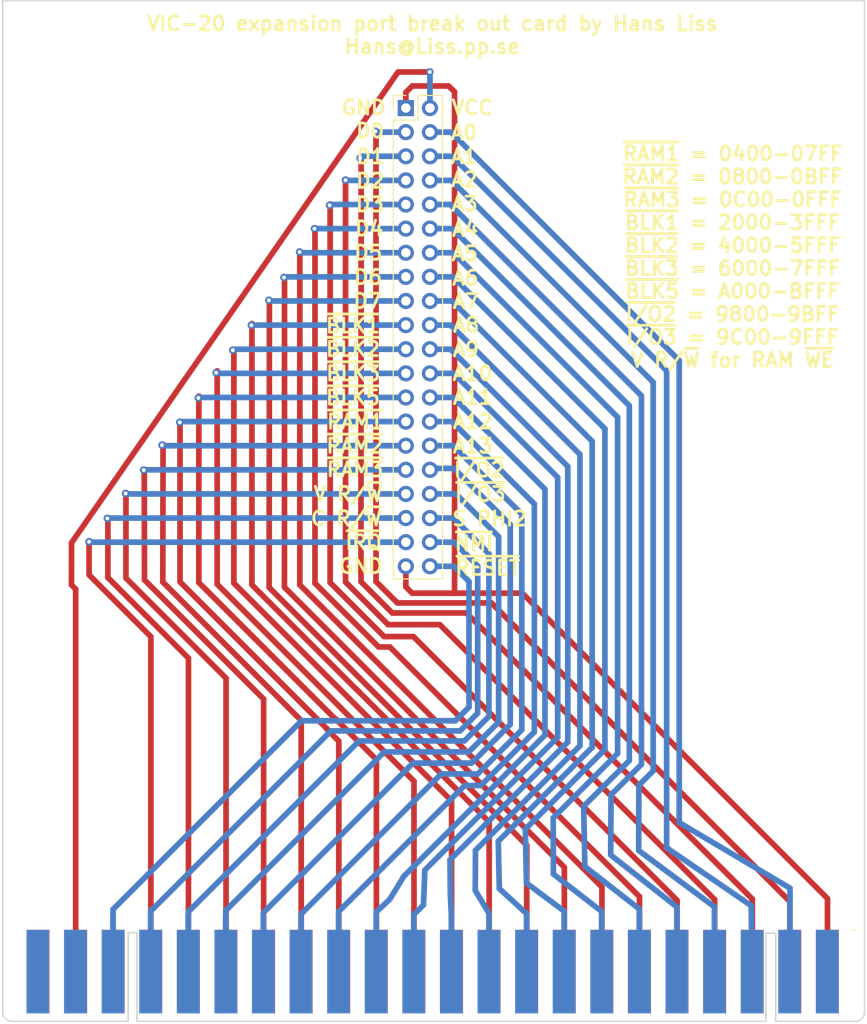
<source format=kicad_pcb>
(kicad_pcb (version 4) (host pcbnew 4.0.7)

  (general
    (links 40)
    (no_connects 0)
    (area 76.066579 37.974199 167.016501 145.614461)
    (thickness 1.6)
    (drawings 56)
    (tracks 336)
    (zones 0)
    (modules 4)
    (nets 40)
  )

  (page A4)
  (layers
    (0 F.Cu signal)
    (31 B.Cu signal)
    (32 B.Adhes user)
    (33 F.Adhes user)
    (34 B.Paste user)
    (35 F.Paste user)
    (36 B.SilkS user)
    (37 F.SilkS user)
    (38 B.Mask user)
    (39 F.Mask user)
    (40 Dwgs.User user)
    (41 Cmts.User user)
    (42 Eco1.User user)
    (43 Eco2.User user)
    (44 Edge.Cuts user)
    (45 Margin user)
    (46 B.CrtYd user)
    (47 F.CrtYd user)
    (48 B.Fab user)
    (49 F.Fab user)
  )

  (setup
    (last_trace_width 0.6)
    (trace_clearance 0.2)
    (zone_clearance 0.508)
    (zone_45_only no)
    (trace_min 0.2)
    (segment_width 0.2)
    (edge_width 0.15)
    (via_size 0.8)
    (via_drill 0.4)
    (via_min_size 0.4)
    (via_min_drill 0.3)
    (uvia_size 0.3)
    (uvia_drill 0.1)
    (uvias_allowed no)
    (uvia_min_size 0.2)
    (uvia_min_drill 0.1)
    (pcb_text_width 0.3)
    (pcb_text_size 1.5 1.5)
    (mod_edge_width 0.15)
    (mod_text_size 1 1)
    (mod_text_width 0.15)
    (pad_size 1.524 1.524)
    (pad_drill 0.762)
    (pad_to_mask_clearance 0.2)
    (aux_axis_origin 0 0)
    (visible_elements 7FFFFFFF)
    (pcbplotparams
      (layerselection 0x3f0fc_80000001)
      (usegerberextensions false)
      (excludeedgelayer true)
      (linewidth 0.100000)
      (plotframeref false)
      (viasonmask false)
      (mode 1)
      (useauxorigin false)
      (hpglpennumber 1)
      (hpglpenspeed 20)
      (hpglpendiameter 15)
      (hpglpenoverlay 2)
      (psnegative false)
      (psa4output false)
      (plotreference true)
      (plotvalue true)
      (plotinvisibletext false)
      (padsonsilk false)
      (subtractmaskfromsilk false)
      (outputformat 1)
      (mirror false)
      (drillshape 0)
      (scaleselection 1)
      (outputdirectory Gerber/))
  )

  (net 0 "")
  (net 1 /~IRQ)
  (net 2 /C_RW)
  (net 3 /V_RW)
  (net 4 /~RAM3)
  (net 5 /~RAM2)
  (net 6 /~RAM1)
  (net 7 /~BLK5)
  (net 8 /~BLK3)
  (net 9 /~BLK2)
  (net 10 /~BLK1)
  (net 11 D6)
  (net 12 D1)
  (net 13 D7)
  (net 14 D4)
  (net 15 GND)
  (net 16 D0)
  (net 17 D5)
  (net 18 D2)
  (net 19 D3)
  (net 20 /~RESET)
  (net 21 /~NMI)
  (net 22 /SPHI2)
  (net 23 /~I/O3)
  (net 24 /~I/O2)
  (net 25 /VCC)
  (net 26 A13)
  (net 27 A12)
  (net 28 A11)
  (net 29 A10)
  (net 30 A9)
  (net 31 A8)
  (net 32 A6)
  (net 33 A1)
  (net 34 A7)
  (net 35 A4)
  (net 36 A0)
  (net 37 A5)
  (net 38 A2)
  (net 39 A3)

  (net_class Default "This is the default net class."
    (clearance 0.2)
    (trace_width 0.6)
    (via_dia 0.8)
    (via_drill 0.4)
    (uvia_dia 0.3)
    (uvia_drill 0.1)
    (add_net /C_RW)
    (add_net /SPHI2)
    (add_net /VCC)
    (add_net /V_RW)
    (add_net /~BLK1)
    (add_net /~BLK2)
    (add_net /~BLK3)
    (add_net /~BLK5)
    (add_net /~I/O2)
    (add_net /~I/O3)
    (add_net /~IRQ)
    (add_net /~NMI)
    (add_net /~RAM1)
    (add_net /~RAM2)
    (add_net /~RAM3)
    (add_net /~RESET)
    (add_net A0)
    (add_net A1)
    (add_net A10)
    (add_net A11)
    (add_net A12)
    (add_net A13)
    (add_net A2)
    (add_net A3)
    (add_net A4)
    (add_net A5)
    (add_net A6)
    (add_net A7)
    (add_net A8)
    (add_net A9)
    (add_net D0)
    (add_net D1)
    (add_net D2)
    (add_net D3)
    (add_net D4)
    (add_net D5)
    (add_net D6)
    (add_net D7)
    (add_net GND)
  )

  (module VIC_Connectors:VIC_EXP (layer F.Cu) (tedit 5B4B9138) (tstamp 5B4A6CC8)
    (at 162.97656 141.0208)
    (descr "VIC-20 Expansion connector")
    (tags "VIC-20 Expansion Edge connector")
    (path /5B4AF499)
    (attr virtual)
    (fp_text reference "" (at -60.96 -6.99) (layer F.SilkS)
      (effects (font (size 1 1) (thickness 0.15)))
    )
    (fp_text value "" (at -81.91 -6.99) (layer F.Fab)
      (effects (font (size 1 1) (thickness 0.15)))
    )
    (fp_line (start -72.64 4.52) (end -72.64 -4.8) (layer F.Fab) (width 0.15))
    (fp_line (start -72.64 -4.8) (end -73.64 -4.8) (layer F.Fab) (width 0.15))
    (fp_line (start -73.64 -4.8) (end -73.64 4.52) (layer F.Fab) (width 0.15))
    (fp_line (start -73.64 4.52) (end -85.84 4.52) (layer F.Fab) (width 0.15))
    (fp_line (start -6.44 4.52) (end -72.64 4.52) (layer F.Fab) (width 0.15))
    (fp_line (start -5.44 4.52) (end -5.44 -4.8) (layer F.Fab) (width 0.15))
    (fp_line (start -5.44 -4.8) (end -6.44 -4.8) (layer F.Fab) (width 0.15))
    (fp_line (start -6.44 -4.8) (end -6.44 4.52) (layer F.Fab) (width 0.15))
    (fp_arc (start -85.84 3.52) (end -85.84 4.52) (angle 90) (layer F.Fab) (width 0.15))
    (fp_arc (start 2.96 3.52) (end 3.96 3.52) (angle 90) (layer F.Fab) (width 0.15))
    (fp_line (start 2.6 -5.1) (end 3 -5.1) (layer F.SilkS) (width 0.12))
    (fp_line (start 2.96 4.52) (end -5.44 4.52) (layer F.Fab) (width 0.1))
    (fp_line (start -86.84 3.52) (end -86.84 -5.08) (layer F.Fab) (width 0.1))
    (fp_line (start -86.84 -5.08) (end 3.96 -5.08) (layer F.Fab) (width 0.1))
    (fp_line (start 3.96 -5.08) (end 3.96 3.52) (layer F.Fab) (width 0.1))
    (fp_line (start -87.09 -5.33) (end 4.21 -5.33) (layer F.CrtYd) (width 0.05))
    (fp_line (start -87.09 -5.33) (end -87.09 4.77) (layer F.CrtYd) (width 0.05))
    (fp_line (start 4.21 4.77) (end 4.21 -5.33) (layer F.CrtYd) (width 0.05))
    (fp_line (start 4.21 4.77) (end -87.09 4.77) (layer F.CrtYd) (width 0.05))
    (pad 22 connect rect (at -83.10116 -0.72448) (size 2.4 8.8) (layers F.Cu F.Mask))
    (pad 21 connect rect (at -79.14116 -0.72448) (size 2.4 8.8) (layers F.Cu F.Mask)
      (net 25 /VCC))
    (pad 20 connect rect (at -75.18116 -0.72448) (size 2.4 8.8) (layers F.Cu F.Mask))
    (pad 19 connect rect (at -71.22116 -0.72448) (size 2.4 8.8) (layers F.Cu F.Mask)
      (net 1 /~IRQ))
    (pad 18 connect rect (at -67.26116 -0.72448) (size 2.4 8.8) (layers F.Cu F.Mask)
      (net 2 /C_RW))
    (pad 17 connect rect (at -63.30116 -0.72448) (size 2.4 8.8) (layers F.Cu F.Mask)
      (net 3 /V_RW))
    (pad 16 connect rect (at -59.34116 -0.72448) (size 2.4 8.8) (layers F.Cu F.Mask)
      (net 4 /~RAM3))
    (pad 15 connect rect (at -55.38116 -0.72448) (size 2.4 8.8) (layers F.Cu F.Mask)
      (net 5 /~RAM2))
    (pad 14 connect rect (at -51.42116 -0.72448) (size 2.4 8.8) (layers F.Cu F.Mask)
      (net 6 /~RAM1))
    (pad 13 connect rect (at -47.46116 -0.72448) (size 2.4 8.8) (layers F.Cu F.Mask)
      (net 7 /~BLK5))
    (pad 12 connect rect (at -43.50116 -0.72448) (size 2.4 8.8) (layers F.Cu F.Mask)
      (net 8 /~BLK3))
    (pad 11 connect rect (at -39.54116 -0.72448) (size 2.4 8.8) (layers F.Cu F.Mask)
      (net 9 /~BLK2))
    (pad 10 connect rect (at -35.58116 -0.72448) (size 2.4 8.8) (layers F.Cu F.Mask)
      (net 10 /~BLK1))
    (pad 8 connect rect (at -27.66116 -0.72448) (size 2.4 8.8) (layers F.Cu F.Mask)
      (net 11 D6))
    (pad 3 connect rect (at -7.86116 -0.72448) (size 2.4 8.8) (layers F.Cu F.Mask)
      (net 12 D1))
    (pad 9 connect rect (at -31.62116 -0.72448) (size 2.4 8.8) (layers F.Cu F.Mask)
      (net 13 D7))
    (pad 6 connect rect (at -19.74116 -0.72448) (size 2.4 8.8) (layers F.Cu F.Mask)
      (net 14 D4))
    (pad 1 connect rect (at 0.05884 -0.72448) (size 2.4 8.8) (layers F.Cu F.Mask)
      (net 15 GND))
    (pad 2 connect rect (at -3.90116 -0.72448) (size 2.4 8.8) (layers F.Cu F.Mask)
      (net 16 D0))
    (pad 7 connect rect (at -23.70116 -0.72448) (size 2.4 8.8) (layers F.Cu F.Mask)
      (net 17 D5))
    (pad 4 connect rect (at -11.82116 -0.72448) (size 2.4 8.8) (layers F.Cu F.Mask)
      (net 18 D2))
    (pad 5 connect rect (at -15.78116 -0.72448) (size 2.4 8.8) (layers F.Cu F.Mask)
      (net 19 D3))
    (pad Z connect rect (at -83.12726 -0.71888) (size 2.4 8.8) (layers B.Cu B.Mask))
    (pad Y connect rect (at -79.16726 -0.71888) (size 2.4 8.8) (layers B.Cu B.Mask))
    (pad X connect rect (at -75.20726 -0.71888) (size 2.4 8.8) (layers B.Cu B.Mask)
      (net 20 /~RESET))
    (pad W connect rect (at -71.24726 -0.71888) (size 2.4 8.8) (layers B.Cu B.Mask)
      (net 21 /~NMI))
    (pad V connect rect (at -67.28726 -0.71888) (size 2.4 8.8) (layers B.Cu B.Mask)
      (net 22 /SPHI2))
    (pad U connect rect (at -63.32726 -0.71888) (size 2.4 8.8) (layers B.Cu B.Mask)
      (net 23 /~I/O3))
    (pad T connect rect (at -59.36726 -0.71888) (size 2.4 8.8) (layers B.Cu B.Mask)
      (net 24 /~I/O2))
    (pad S connect rect (at -55.40726 -0.71888) (size 2.4 8.8) (layers B.Cu B.Mask)
      (net 26 A13))
    (pad R connect rect (at -51.44726 -0.71888) (size 2.4 8.8) (layers B.Cu B.Mask)
      (net 27 A12))
    (pad P connect rect (at -47.48726 -0.71888) (size 2.4 8.8) (layers B.Cu B.Mask)
      (net 28 A11))
    (pad N connect rect (at -43.52726 -0.71888) (size 2.4 8.8) (layers B.Cu B.Mask)
      (net 29 A10))
    (pad M connect rect (at -39.56726 -0.71888) (size 2.4 8.8) (layers B.Cu B.Mask)
      (net 30 A9))
    (pad L connect rect (at -35.60726 -0.71888) (size 2.4 8.8) (layers B.Cu B.Mask)
      (net 31 A8))
    (pad J connect rect (at -27.68726 -0.71888) (size 2.4 8.8) (layers B.Cu B.Mask)
      (net 32 A6))
    (pad C connect rect (at -7.88726 -0.71888) (size 2.4 8.8) (layers B.Cu B.Mask)
      (net 33 A1))
    (pad K connect rect (at -31.64726 -0.71888) (size 2.4 8.8) (layers B.Cu B.Mask)
      (net 34 A7))
    (pad F connect rect (at -19.76726 -0.71888) (size 2.4 8.8) (layers B.Cu B.Mask)
      (net 35 A4))
    (pad A connect rect (at 0.03274 -0.71888) (size 2.4 8.8) (layers B.Cu B.Mask))
    (pad B connect rect (at -3.92726 -0.71888) (size 2.4 8.8) (layers B.Cu B.Mask)
      (net 36 A0))
    (pad H connect rect (at -23.72726 -0.71888) (size 2.4 8.8) (layers B.Cu B.Mask)
      (net 37 A5))
    (pad D connect rect (at -11.84726 -0.71888) (size 2.4 8.8) (layers B.Cu B.Mask)
      (net 38 A2))
    (pad E connect rect (at -15.80726 -0.71888) (size 2.4 8.8) (layers B.Cu B.Mask)
      (net 39 A3))
  )

  (module Pin_Headers:Pin_Header_Straight_2x20_Pitch2.54mm (layer F.Cu) (tedit 5B4B914D) (tstamp 5B4A6CF4)
    (at 118.618 49.3522)
    (descr "Through hole straight pin header, 2x20, 2.54mm pitch, double rows")
    (tags "Through hole pin header THT 2x20 2.54mm double row")
    (path /5B4B00F9)
    (fp_text reference "" (at 1.27 -2.33) (layer F.SilkS)
      (effects (font (size 1 1) (thickness 0.15)))
    )
    (fp_text value "" (at 1.27 50.59) (layer F.Fab)
      (effects (font (size 1 1) (thickness 0.15)))
    )
    (fp_line (start 0 -1.27) (end 3.81 -1.27) (layer F.Fab) (width 0.1))
    (fp_line (start 3.81 -1.27) (end 3.81 49.53) (layer F.Fab) (width 0.1))
    (fp_line (start 3.81 49.53) (end -1.27 49.53) (layer F.Fab) (width 0.1))
    (fp_line (start -1.27 49.53) (end -1.27 0) (layer F.Fab) (width 0.1))
    (fp_line (start -1.27 0) (end 0 -1.27) (layer F.Fab) (width 0.1))
    (fp_line (start -1.33 49.59) (end 3.87 49.59) (layer F.SilkS) (width 0.12))
    (fp_line (start -1.33 1.27) (end -1.33 49.59) (layer F.SilkS) (width 0.12))
    (fp_line (start 3.87 -1.33) (end 3.87 49.59) (layer F.SilkS) (width 0.12))
    (fp_line (start -1.33 1.27) (end 1.27 1.27) (layer F.SilkS) (width 0.12))
    (fp_line (start 1.27 1.27) (end 1.27 -1.33) (layer F.SilkS) (width 0.12))
    (fp_line (start 1.27 -1.33) (end 3.87 -1.33) (layer F.SilkS) (width 0.12))
    (fp_line (start -1.33 0) (end -1.33 -1.33) (layer F.SilkS) (width 0.12))
    (fp_line (start -1.33 -1.33) (end 0 -1.33) (layer F.SilkS) (width 0.12))
    (fp_line (start -1.8 -1.8) (end -1.8 50.05) (layer F.CrtYd) (width 0.05))
    (fp_line (start -1.8 50.05) (end 4.35 50.05) (layer F.CrtYd) (width 0.05))
    (fp_line (start 4.35 50.05) (end 4.35 -1.8) (layer F.CrtYd) (width 0.05))
    (fp_line (start 4.35 -1.8) (end -1.8 -1.8) (layer F.CrtYd) (width 0.05))
    (fp_text user %R (at 1.27 24.13 90) (layer F.Fab)
      (effects (font (size 1 1) (thickness 0.15)))
    )
    (pad 1 thru_hole rect (at 0 0) (size 1.7 1.7) (drill 1) (layers *.Cu *.Mask)
      (net 15 GND))
    (pad 2 thru_hole oval (at 2.54 0) (size 1.7 1.7) (drill 1) (layers *.Cu *.Mask)
      (net 25 /VCC))
    (pad 3 thru_hole oval (at 0 2.54) (size 1.7 1.7) (drill 1) (layers *.Cu *.Mask)
      (net 16 D0))
    (pad 4 thru_hole oval (at 2.54 2.54) (size 1.7 1.7) (drill 1) (layers *.Cu *.Mask)
      (net 36 A0))
    (pad 5 thru_hole oval (at 0 5.08) (size 1.7 1.7) (drill 1) (layers *.Cu *.Mask)
      (net 12 D1))
    (pad 6 thru_hole oval (at 2.54 5.08) (size 1.7 1.7) (drill 1) (layers *.Cu *.Mask)
      (net 33 A1))
    (pad 7 thru_hole oval (at 0 7.62) (size 1.7 1.7) (drill 1) (layers *.Cu *.Mask)
      (net 18 D2))
    (pad 8 thru_hole oval (at 2.54 7.62) (size 1.7 1.7) (drill 1) (layers *.Cu *.Mask)
      (net 38 A2))
    (pad 9 thru_hole oval (at 0 10.16) (size 1.7 1.7) (drill 1) (layers *.Cu *.Mask)
      (net 19 D3))
    (pad 10 thru_hole oval (at 2.54 10.16) (size 1.7 1.7) (drill 1) (layers *.Cu *.Mask)
      (net 39 A3))
    (pad 11 thru_hole oval (at 0 12.7) (size 1.7 1.7) (drill 1) (layers *.Cu *.Mask)
      (net 14 D4))
    (pad 12 thru_hole oval (at 2.54 12.7) (size 1.7 1.7) (drill 1) (layers *.Cu *.Mask)
      (net 35 A4))
    (pad 13 thru_hole oval (at 0 15.24) (size 1.7 1.7) (drill 1) (layers *.Cu *.Mask)
      (net 17 D5))
    (pad 14 thru_hole oval (at 2.54 15.24) (size 1.7 1.7) (drill 1) (layers *.Cu *.Mask)
      (net 37 A5))
    (pad 15 thru_hole oval (at 0 17.78) (size 1.7 1.7) (drill 1) (layers *.Cu *.Mask)
      (net 11 D6))
    (pad 16 thru_hole oval (at 2.54 17.78) (size 1.7 1.7) (drill 1) (layers *.Cu *.Mask)
      (net 32 A6))
    (pad 17 thru_hole oval (at 0 20.32) (size 1.7 1.7) (drill 1) (layers *.Cu *.Mask)
      (net 13 D7))
    (pad 18 thru_hole oval (at 2.54 20.32) (size 1.7 1.7) (drill 1) (layers *.Cu *.Mask)
      (net 34 A7))
    (pad 19 thru_hole oval (at 0 22.86) (size 1.7 1.7) (drill 1) (layers *.Cu *.Mask)
      (net 10 /~BLK1))
    (pad 20 thru_hole oval (at 2.54 22.86) (size 1.7 1.7) (drill 1) (layers *.Cu *.Mask)
      (net 31 A8))
    (pad 21 thru_hole oval (at 0 25.4) (size 1.7 1.7) (drill 1) (layers *.Cu *.Mask)
      (net 9 /~BLK2))
    (pad 22 thru_hole oval (at 2.54 25.4) (size 1.7 1.7) (drill 1) (layers *.Cu *.Mask)
      (net 30 A9))
    (pad 23 thru_hole oval (at 0 27.94) (size 1.7 1.7) (drill 1) (layers *.Cu *.Mask)
      (net 8 /~BLK3))
    (pad 24 thru_hole oval (at 2.54 27.94) (size 1.7 1.7) (drill 1) (layers *.Cu *.Mask)
      (net 29 A10))
    (pad 25 thru_hole oval (at 0 30.48) (size 1.7 1.7) (drill 1) (layers *.Cu *.Mask)
      (net 7 /~BLK5))
    (pad 26 thru_hole oval (at 2.54 30.48) (size 1.7 1.7) (drill 1) (layers *.Cu *.Mask)
      (net 28 A11))
    (pad 27 thru_hole oval (at 0 33.02) (size 1.7 1.7) (drill 1) (layers *.Cu *.Mask)
      (net 6 /~RAM1))
    (pad 28 thru_hole oval (at 2.54 33.02) (size 1.7 1.7) (drill 1) (layers *.Cu *.Mask)
      (net 27 A12))
    (pad 29 thru_hole oval (at 0 35.56) (size 1.7 1.7) (drill 1) (layers *.Cu *.Mask)
      (net 5 /~RAM2))
    (pad 30 thru_hole oval (at 2.54 35.56) (size 1.7 1.7) (drill 1) (layers *.Cu *.Mask)
      (net 26 A13))
    (pad 31 thru_hole oval (at 0 38.1) (size 1.7 1.7) (drill 1) (layers *.Cu *.Mask)
      (net 4 /~RAM3))
    (pad 32 thru_hole oval (at 2.54 38.1) (size 1.7 1.7) (drill 1) (layers *.Cu *.Mask)
      (net 24 /~I/O2))
    (pad 33 thru_hole oval (at 0 40.64) (size 1.7 1.7) (drill 1) (layers *.Cu *.Mask)
      (net 3 /V_RW))
    (pad 34 thru_hole oval (at 2.54 40.64) (size 1.7 1.7) (drill 1) (layers *.Cu *.Mask)
      (net 23 /~I/O3))
    (pad 35 thru_hole oval (at 0 43.18) (size 1.7 1.7) (drill 1) (layers *.Cu *.Mask)
      (net 2 /C_RW))
    (pad 36 thru_hole oval (at 2.54 43.18) (size 1.7 1.7) (drill 1) (layers *.Cu *.Mask)
      (net 22 /SPHI2))
    (pad 37 thru_hole oval (at 0 45.72) (size 1.7 1.7) (drill 1) (layers *.Cu *.Mask)
      (net 1 /~IRQ))
    (pad 38 thru_hole oval (at 2.54 45.72) (size 1.7 1.7) (drill 1) (layers *.Cu *.Mask)
      (net 21 /~NMI))
    (pad 39 thru_hole oval (at 0 48.26) (size 1.7 1.7) (drill 1) (layers *.Cu *.Mask)
      (net 15 GND))
    (pad 40 thru_hole oval (at 2.54 48.26) (size 1.7 1.7) (drill 1) (layers *.Cu *.Mask)
      (net 20 /~RESET))
    (model ${KISYS3DMOD}/Pin_Headers.3dshapes/Pin_Header_Straight_2x20_Pitch2.54mm.wrl
      (at (xyz 0 0 0))
      (scale (xyz 1 1 1))
      (rotate (xyz 0 0 0))
    )
  )

  (module Mounting_Holes:MountingHole_3.2mm_M3 (layer F.Cu) (tedit 5B4B981B) (tstamp 5B4B97EA)
    (at 80.9879 42.9387)
    (descr "Mounting Hole 3.2mm, no annular, M3")
    (tags "mounting hole 3.2mm no annular m3")
    (attr virtual)
    (fp_text reference "" (at 0 -4.2) (layer F.SilkS)
      (effects (font (size 1 1) (thickness 0.15)))
    )
    (fp_text value "" (at 0 4.2) (layer F.Fab)
      (effects (font (size 1 1) (thickness 0.15)))
    )
    (fp_text user %R (at 0.3 0) (layer F.Fab)
      (effects (font (size 1 1) (thickness 0.15)))
    )
    (fp_circle (center 0 0) (end 3.2 0) (layer Cmts.User) (width 0.15))
    (fp_circle (center 0 0) (end 3.45 0) (layer F.CrtYd) (width 0.05))
    (pad 1 np_thru_hole circle (at 0 0) (size 3.2 3.2) (drill 3.2) (layers *.Cu *.Mask))
  )

  (module Mounting_Holes:MountingHole_3.2mm_M3 (layer F.Cu) (tedit 5B4B980E) (tstamp 5B4B97FA)
    (at 162.1536 42.9387)
    (descr "Mounting Hole 3.2mm, no annular, M3")
    (tags "mounting hole 3.2mm no annular m3")
    (attr virtual)
    (fp_text reference "" (at 0 -4.2) (layer F.SilkS)
      (effects (font (size 1 1) (thickness 0.15)))
    )
    (fp_text value "" (at 0 4.2) (layer F.Fab)
      (effects (font (size 1 1) (thickness 0.15)))
    )
    (fp_text user %R (at 0.3 0) (layer F.Fab)
      (effects (font (size 1 1) (thickness 0.15)))
    )
    (fp_circle (center 0 0) (end 3.2 0) (layer Cmts.User) (width 0.15))
    (fp_circle (center 0 0) (end 3.45 0) (layer F.CrtYd) (width 0.05))
    (pad 1 np_thru_hole circle (at 0 0) (size 3.2 3.2) (drill 3.2) (layers *.Cu *.Mask))
  )

  (gr_text "VIC-20 expansion port break out card by Hans Liss\nHans@Liss.pp.se" (at 121.412 41.656) (layer F.SilkS)
    (effects (font (size 1.5 1.5) (thickness 0.3)))
  )
  (gr_text "~RAM1~ = 0400-07FF\n~RAM2~ = 0800-0BFF\n~RAM3~ = 0C00-0FFF\n~BLK1~ = 2000-3FFF\n~BLK2~ = 4000-5FFF\n~BLK3~ = 6000-7FFF\n~BLK5~ = A000-BFFF\n~I/O2~ = 9800-9BFF\n~I/O3~ = 9C00-9FFF\nV R/~W~ for RAM ~WE~" (at 153.035 65.024) (layer F.SilkS)
    (effects (font (size 1.5 1.5) (thickness 0.3)))
  )
  (gr_arc (start 77.14158 144.53946) (end 77.14158 145.53946) (angle 90) (layer Edge.Cuts) (width 0.15))
  (gr_arc (start 165.9415 144.53946) (end 166.9415 144.53946) (angle 90) (layer Edge.Cuts) (width 0.15))
  (gr_line (start 157.5816 145.53946) (end 165.9415 145.53946) (angle 90) (layer Edge.Cuts) (width 0.15))
  (gr_line (start 90.30208 145.53946) (end 156.54528 145.53946) (angle 90) (layer Edge.Cuts) (width 0.15))
  (gr_line (start 90.30208 136.18464) (end 90.30208 145.53946) (angle 90) (layer Edge.Cuts) (width 0.15))
  (gr_line (start 89.36736 136.18464) (end 90.30208 136.18464) (angle 90) (layer Edge.Cuts) (width 0.15))
  (gr_line (start 89.36736 145.53946) (end 89.36736 136.18464) (angle 90) (layer Edge.Cuts) (width 0.15))
  (gr_line (start 157.5816 136.2456) (end 157.5816 145.53946) (angle 90) (layer Edge.Cuts) (width 0.15))
  (gr_line (start 156.54528 136.2456) (end 157.5816 136.2456) (angle 90) (layer Edge.Cuts) (width 0.15))
  (gr_line (start 156.54528 145.53946) (end 156.54528 136.2456) (angle 90) (layer Edge.Cuts) (width 0.15))
  (gr_line (start 76.14158 38.0492) (end 76.14158 144.53946) (angle 90) (layer Edge.Cuts) (width 0.15))
  (gr_line (start 166.9415 38.0492) (end 76.14158 38.0492) (angle 90) (layer Edge.Cuts) (width 0.15))
  (gr_line (start 166.9415 144.53946) (end 166.9415 38.0492) (angle 90) (layer Edge.Cuts) (width 0.15))
  (gr_line (start 77.14158 145.53946) (end 89.36736 145.53946) (angle 90) (layer Edge.Cuts) (width 0.15))
  (gr_text GND (at 114.16284 49.3141) (layer F.SilkS)
    (effects (font (size 1.5 1.5) (thickness 0.3)))
  )
  (gr_text D0 (at 114.86134 51.74488) (layer F.SilkS)
    (effects (font (size 1.5 1.5) (thickness 0.3)))
  )
  (gr_text D1 (at 114.88928 54.45506) (layer F.SilkS)
    (effects (font (size 1.5 1.5) (thickness 0.3)))
  )
  (gr_text D2 (at 114.86134 57.02554) (layer F.SilkS)
    (effects (font (size 1.5 1.5) (thickness 0.3)))
  )
  (gr_text D3 (at 114.8334 59.5122) (layer F.SilkS)
    (effects (font (size 1.5 1.5) (thickness 0.3)))
  )
  (gr_text D4 (at 114.74958 62.05474) (layer F.SilkS)
    (effects (font (size 1.5 1.5) (thickness 0.3)))
  )
  (gr_text D5 (at 114.66576 64.59728) (layer F.SilkS)
    (effects (font (size 1.5 1.5) (thickness 0.3)))
  )
  (gr_text D6 (at 114.63782 67.16776) (layer F.SilkS)
    (effects (font (size 1.5 1.5) (thickness 0.3)))
  )
  (gr_text D7 (at 114.58194 69.68236) (layer F.SilkS)
    (effects (font (size 1.5 1.5) (thickness 0.3)))
  )
  (gr_text ~BLK1 (at 113.04524 72.28078) (layer F.SilkS)
    (effects (font (size 1.5 1.5) (thickness 0.3)))
  )
  (gr_text ~BLK2 (at 113.04524 74.7395) (layer F.SilkS)
    (effects (font (size 1.5 1.5) (thickness 0.3)))
  )
  (gr_text ~BLK3 (at 113.07318 77.30998) (layer F.SilkS)
    (effects (font (size 1.5 1.5) (thickness 0.3)))
  )
  (gr_text ~BLK5 (at 113.04524 79.85252) (layer F.SilkS)
    (effects (font (size 1.5 1.5) (thickness 0.3)))
  )
  (gr_text ~RAM1 (at 113.2967 82.39506) (layer F.SilkS)
    (effects (font (size 1.5 1.5) (thickness 0.3)))
  )
  (gr_text ~RAM2 (at 113.24082 84.9376) (layer F.SilkS)
    (effects (font (size 1.5 1.5) (thickness 0.3)))
  )
  (gr_text ~RAM3 (at 113.26876 87.42426) (layer F.SilkS)
    (effects (font (size 1.5 1.5) (thickness 0.3)))
  )
  (gr_text "V R/~W" (at 112.54232 90.02268) (layer F.SilkS)
    (effects (font (size 1.5 1.5) (thickness 0.3)))
  )
  (gr_text "C R/~W" (at 112.3569 92.583) (layer F.SilkS)
    (effects (font (size 1.5 1.5) (thickness 0.3)))
  )
  (gr_text ~IRQ (at 114.16284 95.10776) (layer F.SilkS)
    (effects (font (size 1.5 1.5) (thickness 0.3)))
  )
  (gr_text GND (at 113.88344 97.59442) (layer F.SilkS)
    (effects (font (size 1.5 1.5) (thickness 0.3)))
  )
  (gr_text ~RESET (at 127.23876 97.79) (layer F.SilkS)
    (effects (font (size 1.5 1.5) (thickness 0.3)))
  )
  (gr_text ~NMI (at 125.78588 95.21952) (layer F.SilkS)
    (effects (font (size 1.5 1.5) (thickness 0.3)))
  )
  (gr_text "S PHI2" (at 127.43688 92.59824) (layer F.SilkS)
    (effects (font (size 1.5 1.5) (thickness 0.3)))
  )
  (gr_text ~I/O3 (at 126.45644 90.02268) (layer F.SilkS)
    (effects (font (size 1.5 1.5) (thickness 0.3)))
  )
  (gr_text ~I/O2 (at 126.34468 87.4522) (layer F.SilkS)
    (effects (font (size 1.5 1.5) (thickness 0.3)))
  )
  (gr_text A13 (at 125.67412 84.9376) (layer F.SilkS)
    (effects (font (size 1.5 1.5) (thickness 0.3)))
  )
  (gr_text A12 (at 125.67412 82.36712) (layer F.SilkS)
    (effects (font (size 1.5 1.5) (thickness 0.3)))
  )
  (gr_text A11 (at 125.67412 79.79664) (layer F.SilkS)
    (effects (font (size 1.5 1.5) (thickness 0.3)))
  )
  (gr_text A10 (at 125.64618 77.28204) (layer F.SilkS)
    (effects (font (size 1.5 1.5) (thickness 0.3)))
  )
  (gr_text A9 (at 124.94768 74.76744) (layer F.SilkS)
    (effects (font (size 1.5 1.5) (thickness 0.3)))
  )
  (gr_text A8 (at 124.97562 72.19696) (layer F.SilkS)
    (effects (font (size 1.5 1.5) (thickness 0.3)))
  )
  (gr_text A7 (at 124.94768 69.7103) (layer F.SilkS)
    (effects (font (size 1.5 1.5) (thickness 0.3)))
  )
  (gr_text A6 (at 124.8918 67.25158) (layer F.SilkS)
    (effects (font (size 1.5 1.5) (thickness 0.3)))
  )
  (gr_text A5 (at 124.83592 64.6811) (layer F.SilkS)
    (effects (font (size 1.5 1.5) (thickness 0.3)))
  )
  (gr_text A4 (at 124.86386 62.11062) (layer F.SilkS)
    (effects (font (size 1.5 1.5) (thickness 0.3)))
  )
  (gr_text A3 (at 124.80798 59.45632) (layer F.SilkS)
    (effects (font (size 1.5 1.5) (thickness 0.3)))
  )
  (gr_text A2 (at 124.78004 56.88584) (layer F.SilkS)
    (effects (font (size 1.5 1.5) (thickness 0.3)))
  )
  (gr_text A1 (at 124.7521 54.45506) (layer F.SilkS)
    (effects (font (size 1.5 1.5) (thickness 0.3)))
  )
  (gr_text A0 (at 124.7521 51.94046) (layer F.SilkS)
    (effects (font (size 1.5 1.5) (thickness 0.3)))
  )
  (gr_text VCC (at 125.61824 49.3141) (layer F.SilkS)
    (effects (font (size 1.5 1.5) (thickness 0.3)))
  )

  (segment (start 91.7554 140.29632) (end 91.7554 105.02436) (width 0.6) (layer F.Cu) (net 1))
  (segment (start 85.2932 95.0722) (end 118.618 95.0722) (width 0.6) (layer B.Cu) (net 1) (tstamp 5B4B8CB4))
  (segment (start 85.24494 95.02394) (end 85.2932 95.0722) (width 0.6) (layer B.Cu) (net 1) (tstamp 5B4B8CB3))
  (via (at 85.24494 95.02394) (size 0.8) (drill 0.4) (layers F.Cu B.Cu) (net 1))
  (segment (start 85.24494 98.5139) (end 85.24494 95.02394) (width 0.6) (layer F.Cu) (net 1) (tstamp 5B4B8CA3))
  (segment (start 91.7554 105.02436) (end 85.24494 98.5139) (width 0.6) (layer F.Cu) (net 1) (tstamp 5B4B8C9E))
  (segment (start 118.618 92.5322) (end 87.20582 92.5322) (width 0.6) (layer B.Cu) (net 2))
  (segment (start 95.7154 107.28256) (end 87.22868 98.79584) (width 0.6) (layer F.Cu) (net 2) (tstamp 5B4B8B57))
  (segment (start 87.22868 98.79584) (end 87.22868 92.59316) (width 0.6) (layer F.Cu) (net 2) (tstamp 5B4B8B59))
  (segment (start 95.7154 107.28256) (end 95.7154 140.29632) (width 0.6) (layer F.Cu) (net 2))
  (segment (start 87.20074 92.59316) (end 87.22868 92.59316) (width 0.6) (layer F.Cu) (net 2) (tstamp 5B4B8C93))
  (segment (start 87.1728 92.56522) (end 87.20074 92.59316) (width 0.6) (layer F.Cu) (net 2) (tstamp 5B4B8C92))
  (via (at 87.1728 92.56522) (size 0.8) (drill 0.4) (layers F.Cu B.Cu) (net 2))
  (segment (start 87.20582 92.5322) (end 87.1728 92.56522) (width 0.6) (layer B.Cu) (net 2) (tstamp 5B4B8C8F))
  (segment (start 118.618 89.9922) (end 89.154 89.9922) (width 0.6) (layer B.Cu) (net 3))
  (segment (start 99.6754 109.39852) (end 89.1286 98.85172) (width 0.6) (layer F.Cu) (net 3) (tstamp 5B4B8B4E))
  (segment (start 89.1286 98.85172) (end 89.1286 89.916) (width 0.6) (layer F.Cu) (net 3) (tstamp 5B4B8B50))
  (segment (start 99.6754 109.39852) (end 99.6754 140.29632) (width 0.6) (layer F.Cu) (net 3))
  (segment (start 89.1286 89.93886) (end 89.1286 89.916) (width 0.6) (layer F.Cu) (net 3) (tstamp 5B4B8C80))
  (segment (start 89.10066 89.93886) (end 89.1286 89.93886) (width 0.6) (layer F.Cu) (net 3) (tstamp 5B4B8C7F))
  (via (at 89.10066 89.93886) (size 0.8) (drill 0.4) (layers F.Cu B.Cu) (net 3))
  (segment (start 89.154 89.9922) (end 89.10066 89.93886) (width 0.6) (layer B.Cu) (net 3) (tstamp 5B4B8C7B))
  (segment (start 118.618 87.4522) (end 91.02852 87.4522) (width 0.6) (layer B.Cu) (net 4))
  (segment (start 103.6354 111.5983) (end 91.0844 99.0473) (width 0.6) (layer F.Cu) (net 4) (tstamp 5B4B8B45))
  (segment (start 91.0844 99.0473) (end 91.05646 87.50808) (width 0.6) (layer F.Cu) (net 4) (tstamp 5B4B8B49))
  (segment (start 103.6354 111.5983) (end 103.6354 140.29632) (width 0.6) (layer F.Cu) (net 4))
  (segment (start 91.02852 87.50808) (end 91.05646 87.50808) (width 0.6) (layer F.Cu) (net 4) (tstamp 5B4B8C77))
  (segment (start 91.00058 87.48014) (end 91.02852 87.50808) (width 0.6) (layer F.Cu) (net 4) (tstamp 5B4B8C76))
  (via (at 91.00058 87.48014) (size 0.8) (drill 0.4) (layers F.Cu B.Cu) (net 4))
  (segment (start 91.02852 87.4522) (end 91.00058 87.48014) (width 0.6) (layer B.Cu) (net 4) (tstamp 5B4B8C71))
  (segment (start 118.618 84.9122) (end 92.98686 84.9122) (width 0.6) (layer B.Cu) (net 5))
  (segment (start 93.040038 84.853995) (end 93.040038 84.854038) (width 0.6) (layer F.Cu) (net 5) (tstamp 5B4B8C66))
  (segment (start 92.928655 84.853995) (end 93.040038 84.853995) (width 0.6) (layer F.Cu) (net 5) (tstamp 5B4B8C64))
  (segment (start 92.92844 84.85378) (end 92.928655 84.853995) (width 0.6) (layer F.Cu) (net 5) (tstamp 5B4B8C63))
  (via (at 92.92844 84.85378) (size 0.8) (drill 0.4) (layers F.Cu B.Cu) (net 5))
  (segment (start 92.98686 84.9122) (end 92.92844 84.85378) (width 0.6) (layer B.Cu) (net 5) (tstamp 5B4B8C5F))
  (segment (start 107.5954 140.29632) (end 107.5954 113.85396) (width 0.6) (layer F.Cu) (net 5))
  (segment (start 93.01226 99.27082) (end 93.040038 84.854038) (width 0.6) (layer F.Cu) (net 5) (tstamp 5B4B8B38))
  (segment (start 93.040038 84.854038) (end 93.0402 84.76996) (width 0.6) (layer F.Cu) (net 5) (tstamp 5B4B8C67))
  (segment (start 107.5954 113.85396) (end 93.01226 99.27082) (width 0.6) (layer F.Cu) (net 5) (tstamp 5B4B8B34))
  (segment (start 118.618 82.3722) (end 94.87916 82.3722) (width 0.6) (layer B.Cu) (net 6))
  (segment (start 111.5554 116.02834) (end 110.28426 114.7572) (width 0.6) (layer F.Cu) (net 6) (tstamp 5B4B8AD4))
  (segment (start 110.28426 114.7572) (end 110.3376 114.7572) (width 0.6) (layer F.Cu) (net 6) (tstamp 5B4B8AD7))
  (segment (start 110.3376 114.7572) (end 94.82836 99.24796) (width 0.6) (layer F.Cu) (net 6) (tstamp 5B4B8AD9))
  (segment (start 94.82836 99.24796) (end 94.82836 82.39506) (width 0.6) (layer F.Cu) (net 6) (tstamp 5B4B8ADB))
  (segment (start 111.5554 116.02834) (end 111.5554 140.29632) (width 0.6) (layer F.Cu) (net 6))
  (segment (start 94.82836 82.45094) (end 94.82836 82.39506) (width 0.6) (layer F.Cu) (net 6) (tstamp 5B4B8C56))
  (segment (start 94.80042 82.45094) (end 94.82836 82.45094) (width 0.6) (layer F.Cu) (net 6) (tstamp 5B4B8C55))
  (via (at 94.80042 82.45094) (size 0.8) (drill 0.4) (layers F.Cu B.Cu) (net 6))
  (segment (start 94.87916 82.3722) (end 94.80042 82.45094) (width 0.6) (layer B.Cu) (net 6) (tstamp 5B4B8C52))
  (segment (start 118.618 79.8322) (end 96.80448 79.8322) (width 0.6) (layer B.Cu) (net 7))
  (segment (start 115.5154 117.97666) (end 111.22914 113.6904) (width 0.6) (layer F.Cu) (net 7) (tstamp 5B4B8AC7))
  (segment (start 111.22914 113.6904) (end 111.1758 113.6904) (width 0.6) (layer F.Cu) (net 7) (tstamp 5B4B8AC9))
  (segment (start 111.1758 113.6904) (end 96.8121 99.3267) (width 0.6) (layer F.Cu) (net 7) (tstamp 5B4B8ACA))
  (segment (start 96.8121 99.3267) (end 96.8121 79.6925) (width 0.6) (layer F.Cu) (net 7) (tstamp 5B4B8ACC))
  (segment (start 115.5154 117.97666) (end 115.5154 140.29632) (width 0.6) (layer F.Cu) (net 7))
  (segment (start 96.8121 79.88046) (end 96.8121 79.6925) (width 0.6) (layer F.Cu) (net 7) (tstamp 5B4B8C4F))
  (segment (start 96.75622 79.88046) (end 96.8121 79.88046) (width 0.6) (layer F.Cu) (net 7) (tstamp 5B4B8C4E))
  (via (at 96.75622 79.88046) (size 0.8) (drill 0.4) (layers F.Cu B.Cu) (net 7))
  (segment (start 96.80448 79.8322) (end 96.75622 79.88046) (width 0.6) (layer B.Cu) (net 7) (tstamp 5B4B8C4B))
  (segment (start 118.618 77.2922) (end 98.69424 77.2922) (width 0.6) (layer B.Cu) (net 8))
  (segment (start 119.4754 120.2436) (end 111.86048 112.62868) (width 0.6) (layer F.Cu) (net 8) (tstamp 5B4B8ABC))
  (segment (start 111.86048 112.62868) (end 111.86668 112.62868) (width 0.6) (layer F.Cu) (net 8) (tstamp 5B4B8ABE))
  (segment (start 111.86668 112.62868) (end 98.73996 99.50196) (width 0.6) (layer F.Cu) (net 8) (tstamp 5B4B8ABF))
  (segment (start 98.73996 99.50196) (end 98.73996 77.0255) (width 0.6) (layer F.Cu) (net 8) (tstamp 5B4B8AC1))
  (segment (start 119.4754 120.2436) (end 119.4754 140.29632) (width 0.6) (layer F.Cu) (net 8))
  (segment (start 98.73996 77.22616) (end 98.73996 77.0255) (width 0.6) (layer F.Cu) (net 8) (tstamp 5B4B8C48))
  (segment (start 98.6282 77.22616) (end 98.73996 77.22616) (width 0.6) (layer F.Cu) (net 8) (tstamp 5B4B8C47))
  (via (at 98.6282 77.22616) (size 0.8) (drill 0.4) (layers F.Cu B.Cu) (net 8))
  (segment (start 98.69424 77.2922) (end 98.6282 77.22616) (width 0.6) (layer B.Cu) (net 8) (tstamp 5B4B8C43))
  (segment (start 118.618 74.7522) (end 100.48748 74.7522) (width 0.6) (layer B.Cu) (net 9))
  (segment (start 123.4354 122.32288) (end 112.66678 111.55426) (width 0.6) (layer F.Cu) (net 9) (tstamp 5B4B8AAF))
  (segment (start 112.66678 111.55426) (end 112.66678 111.55426) (width 0.6) (layer F.Cu) (net 9) (tstamp 5B4B8AB1))
  (segment (start 112.66678 111.55426) (end 100.50018 99.38766) (width 0.6) (layer F.Cu) (net 9) (tstamp 5B4B8AB3))
  (segment (start 100.50018 99.38766) (end 100.50018 74.79538) (width 0.6) (layer F.Cu) (net 9) (tstamp 5B4B8AB5))
  (segment (start 123.4354 122.32288) (end 123.4354 140.29632) (width 0.6) (layer F.Cu) (net 9))
  (segment (start 100.50018 74.85126) (end 100.50018 74.79538) (width 0.6) (layer F.Cu) (net 9) (tstamp 5B4B8C3B))
  (segment (start 100.38842 74.85126) (end 100.50018 74.85126) (width 0.6) (layer F.Cu) (net 9) (tstamp 5B4B8C3A))
  (via (at 100.38842 74.85126) (size 0.8) (drill 0.4) (layers F.Cu B.Cu) (net 9))
  (segment (start 100.48748 74.7522) (end 100.38842 74.85126) (width 0.6) (layer B.Cu) (net 9) (tstamp 5B4B8C37))
  (segment (start 118.618 72.2122) (end 102.35692 72.2122) (width 0.6) (layer B.Cu) (net 10))
  (segment (start 127.3954 124.53536) (end 113.3729 110.51286) (width 0.6) (layer F.Cu) (net 10) (tstamp 5B4B8A9B))
  (segment (start 113.3729 110.51286) (end 113.3475 110.51286) (width 0.6) (layer F.Cu) (net 10) (tstamp 5B4B8A9D))
  (segment (start 113.3475 110.51286) (end 102.4001 99.56546) (width 0.6) (layer F.Cu) (net 10) (tstamp 5B4B8A9F))
  (segment (start 102.4001 99.56546) (end 102.4001 72.05218) (width 0.6) (layer F.Cu) (net 10) (tstamp 5B4B8AA2))
  (segment (start 127.3954 124.53536) (end 127.3954 140.29632) (width 0.6) (layer F.Cu) (net 10))
  (segment (start 102.4001 72.2249) (end 102.4001 72.05218) (width 0.6) (layer F.Cu) (net 10) (tstamp 5B4B8C28))
  (segment (start 102.34422 72.2249) (end 102.4001 72.2249) (width 0.6) (layer F.Cu) (net 10) (tstamp 5B4B8C27))
  (via (at 102.34422 72.2249) (size 0.8) (drill 0.4) (layers F.Cu B.Cu) (net 10))
  (segment (start 102.35692 72.2122) (end 102.34422 72.2249) (width 0.6) (layer B.Cu) (net 10) (tstamp 5B4B8C25))
  (segment (start 118.618 67.1322) (end 105.84434 67.1322) (width 0.6) (layer B.Cu) (net 11))
  (segment (start 105.836703 67.195717) (end 105.836703 67.194488) (width 0.6) (layer F.Cu) (net 11) (tstamp 5B4B8C13))
  (segment (start 105.780857 67.195717) (end 105.836703 67.195717) (width 0.6) (layer F.Cu) (net 11) (tstamp 5B4B8C11))
  (segment (start 105.78084 67.1957) (end 105.780857 67.195717) (width 0.6) (layer F.Cu) (net 11) (tstamp 5B4B8C10))
  (via (at 105.78084 67.1957) (size 0.8) (drill 0.4) (layers F.Cu B.Cu) (net 11))
  (segment (start 105.84434 67.1322) (end 105.78084 67.1957) (width 0.6) (layer B.Cu) (net 11) (tstamp 5B4B8C0C))
  (segment (start 135.3154 140.29632) (end 135.3154 129.3083) (width 0.6) (layer F.Cu) (net 11))
  (segment (start 105.82656 99.81184) (end 105.836703 67.194488) (width 0.6) (layer F.Cu) (net 11) (tstamp 5B4B8976))
  (segment (start 105.836703 67.194488) (end 105.83672 67.13982) (width 0.6) (layer F.Cu) (net 11) (tstamp 5B4B8C14))
  (segment (start 114.34318 108.32846) (end 105.82656 99.81184) (width 0.6) (layer F.Cu) (net 11) (tstamp 5B4B8974))
  (segment (start 114.33556 108.32846) (end 114.34318 108.32846) (width 0.6) (layer F.Cu) (net 11) (tstamp 5B4B8972))
  (segment (start 135.3154 129.3083) (end 114.33556 108.32846) (width 0.6) (layer F.Cu) (net 11) (tstamp 5B4B896F))
  (segment (start 118.618 54.4322) (end 113.99012 54.4322) (width 0.6) (layer B.Cu) (net 12))
  (segment (start 113.911329 54.622751) (end 113.911329 54.623178) (width 0.6) (layer F.Cu) (net 12) (tstamp 5B4B8BDE))
  (segment (start 113.799671 54.622751) (end 113.911329 54.622751) (width 0.6) (layer F.Cu) (net 12) (tstamp 5B4B8BDC))
  (segment (start 113.79962 54.6227) (end 113.799671 54.622751) (width 0.6) (layer F.Cu) (net 12) (tstamp 5B4B8BDB))
  (via (at 113.79962 54.6227) (size 0.8) (drill 0.4) (layers F.Cu B.Cu) (net 12))
  (segment (start 113.99012 54.4322) (end 113.79962 54.6227) (width 0.6) (layer B.Cu) (net 12) (tstamp 5B4B8BD6))
  (segment (start 155.1154 140.29632) (end 155.1154 132.6491) (width 0.6) (layer F.Cu) (net 12))
  (segment (start 113.89106 99.23018) (end 113.911329 54.623178) (width 0.6) (layer F.Cu) (net 12) (tstamp 5B4B890C))
  (segment (start 113.911329 54.623178) (end 113.91138 54.51094) (width 0.6) (layer F.Cu) (net 12) (tstamp 5B4B8BDF))
  (segment (start 117.18798 102.5271) (end 113.89106 99.23018) (width 0.6) (layer F.Cu) (net 12) (tstamp 5B4B890B))
  (segment (start 124.9934 102.5271) (end 117.18798 102.5271) (width 0.6) (layer F.Cu) (net 12) (tstamp 5B4B8908))
  (segment (start 155.1154 132.6491) (end 124.9934 102.5271) (width 0.6) (layer F.Cu) (net 12) (tstamp 5B4B8904))
  (segment (start 118.618 69.6722) (end 104.26192 69.6722) (width 0.6) (layer B.Cu) (net 13))
  (segment (start 104.24414 69.598592) (end 104.24414 69.59854) (width 0.6) (layer F.Cu) (net 13) (tstamp 5B4B8C22))
  (segment (start 104.188312 69.598592) (end 104.24414 69.598592) (width 0.6) (layer F.Cu) (net 13) (tstamp 5B4B8C20))
  (segment (start 104.18826 69.59854) (end 104.188312 69.598592) (width 0.6) (layer F.Cu) (net 13) (tstamp 5B4B8C1F))
  (via (at 104.18826 69.59854) (size 0.8) (drill 0.4) (layers F.Cu B.Cu) (net 13))
  (segment (start 104.26192 69.6722) (end 104.18826 69.59854) (width 0.6) (layer B.Cu) (net 13) (tstamp 5B4B8C1A))
  (segment (start 131.3554 140.29632) (end 131.3554 126.99308) (width 0.6) (layer F.Cu) (net 13))
  (segment (start 104.2162 99.8474) (end 104.24414 69.59854) (width 0.6) (layer F.Cu) (net 13) (tstamp 5B4B898B))
  (segment (start 104.24414 69.59854) (end 104.24414 69.59854) (width 0.6) (layer F.Cu) (net 13) (tstamp 5B4B8C23))
  (segment (start 113.7539 109.3851) (end 104.2162 99.8474) (width 0.6) (layer F.Cu) (net 13) (tstamp 5B4B8989))
  (segment (start 113.74742 109.3851) (end 113.7539 109.3851) (width 0.6) (layer F.Cu) (net 13) (tstamp 5B4B8985))
  (segment (start 131.3554 126.99308) (end 113.74742 109.3851) (width 0.6) (layer F.Cu) (net 13) (tstamp 5B4B8983))
  (segment (start 118.618 62.0522) (end 108.99648 62.0522) (width 0.6) (layer B.Cu) (net 14))
  (segment (start 143.2354 132.41246) (end 116.93144 106.1085) (width 0.6) (layer F.Cu) (net 14) (tstamp 5B4B8949))
  (segment (start 116.93144 106.1085) (end 115.75034 106.1085) (width 0.6) (layer F.Cu) (net 14) (tstamp 5B4B894D))
  (segment (start 115.75034 106.1085) (end 109.04474 99.4029) (width 0.6) (layer F.Cu) (net 14) (tstamp 5B4B894F))
  (segment (start 109.04474 99.4029) (end 109.04474 61.9633) (width 0.6) (layer F.Cu) (net 14) (tstamp 5B4B8951))
  (segment (start 143.2354 132.41246) (end 143.2354 140.29632) (width 0.6) (layer F.Cu) (net 14))
  (segment (start 109.04474 62.05474) (end 109.04474 61.9633) (width 0.6) (layer F.Cu) (net 14) (tstamp 5B4B8BF5))
  (segment (start 108.99394 62.05474) (end 109.04474 62.05474) (width 0.6) (layer F.Cu) (net 14) (tstamp 5B4B8BF4))
  (via (at 108.99394 62.05474) (size 0.8) (drill 0.4) (layers F.Cu B.Cu) (net 14))
  (segment (start 108.99648 62.0522) (end 108.99394 62.05474) (width 0.6) (layer B.Cu) (net 14) (tstamp 5B4B8BEE))
  (segment (start 123.7488 100.44176) (end 123.7488 47.6504) (width 0.6) (layer F.Cu) (net 15))
  (segment (start 118.618 47.7139) (end 118.618 49.3522) (width 0.6) (layer F.Cu) (net 15) (tstamp 5B4B8DC6))
  (segment (start 119.3038 47.0281) (end 118.618 47.7139) (width 0.6) (layer F.Cu) (net 15) (tstamp 5B4B8DC5))
  (segment (start 123.1265 47.0281) (end 119.3038 47.0281) (width 0.6) (layer F.Cu) (net 15) (tstamp 5B4B8DC2))
  (segment (start 123.7488 47.6504) (end 123.1265 47.0281) (width 0.6) (layer F.Cu) (net 15) (tstamp 5B4B8DBF))
  (segment (start 163.0354 140.29632) (end 163.0354 132.59604) (width 0.6) (layer F.Cu) (net 15))
  (segment (start 118.618 99.78136) (end 118.618 97.6122) (width 0.6) (layer F.Cu) (net 15) (tstamp 5B4B8DA0))
  (segment (start 119.2784 100.44176) (end 118.618 99.78136) (width 0.6) (layer F.Cu) (net 15) (tstamp 5B4B8D9F))
  (segment (start 130.88112 100.44176) (end 123.7488 100.44176) (width 0.6) (layer F.Cu) (net 15) (tstamp 5B4B8D9B))
  (segment (start 123.7488 100.44176) (end 119.2784 100.44176) (width 0.6) (layer F.Cu) (net 15) (tstamp 5B4B8DBD))
  (segment (start 163.0354 132.59604) (end 130.88112 100.44176) (width 0.6) (layer F.Cu) (net 15) (tstamp 5B4B8D96))
  (segment (start 118.75516 97.74936) (end 118.618 97.6122) (width 0.6) (layer F.Cu) (net 15) (tstamp 5B4B8251))
  (segment (start 118.618 51.8922) (end 115.51158 51.8922) (width 0.6) (layer B.Cu) (net 16))
  (segment (start 159.0754 132.91594) (end 127.63246 101.473) (width 0.6) (layer F.Cu) (net 16) (tstamp 5B4B88DC))
  (segment (start 127.63246 101.473) (end 117.729 101.473) (width 0.6) (layer F.Cu) (net 16) (tstamp 5B4B88E2))
  (segment (start 117.729 101.473) (end 115.47348 99.21748) (width 0.6) (layer F.Cu) (net 16) (tstamp 5B4B88E5))
  (segment (start 115.47348 99.21748) (end 115.47348 51.73218) (width 0.6) (layer F.Cu) (net 16) (tstamp 5B4B88EB))
  (segment (start 159.0754 132.91594) (end 159.0754 140.29632) (width 0.6) (layer F.Cu) (net 16))
  (segment (start 115.47348 51.80076) (end 115.47348 51.73218) (width 0.6) (layer F.Cu) (net 16) (tstamp 5B4B8BC2))
  (segment (start 115.42014 51.80076) (end 115.47348 51.80076) (width 0.6) (layer F.Cu) (net 16) (tstamp 5B4B8BC1))
  (via (at 115.42014 51.80076) (size 0.8) (drill 0.4) (layers F.Cu B.Cu) (net 16))
  (segment (start 115.51158 51.8922) (end 115.42014 51.80076) (width 0.6) (layer B.Cu) (net 16) (tstamp 5B4B8BBF))
  (segment (start 118.618 64.5922) (end 107.50804 64.5922) (width 0.6) (layer B.Cu) (net 17))
  (segment (start 139.2754 131.39886) (end 115.07724 107.2007) (width 0.6) (layer F.Cu) (net 17) (tstamp 5B4B895E))
  (segment (start 115.07724 107.2007) (end 115.0747 107.2007) (width 0.6) (layer F.Cu) (net 17) (tstamp 5B4B8961))
  (segment (start 115.0747 107.2007) (end 107.44962 99.57562) (width 0.6) (layer F.Cu) (net 17) (tstamp 5B4B8963))
  (segment (start 107.44962 99.57562) (end 107.44962 64.41948) (width 0.6) (layer F.Cu) (net 17) (tstamp 5B4B8965))
  (segment (start 139.2754 131.39886) (end 139.2754 140.29632) (width 0.6) (layer F.Cu) (net 17))
  (segment (start 107.44962 64.51346) (end 107.44962 64.41948) (width 0.6) (layer F.Cu) (net 17) (tstamp 5B4B8BFC))
  (segment (start 107.4293 64.51346) (end 107.44962 64.51346) (width 0.6) (layer F.Cu) (net 17) (tstamp 5B4B8BFB))
  (via (at 107.4293 64.51346) (size 0.8) (drill 0.4) (layers F.Cu B.Cu) (net 17))
  (segment (start 107.50804 64.5922) (end 107.4293 64.51346) (width 0.6) (layer B.Cu) (net 17) (tstamp 5B4B8BF8))
  (segment (start 118.618 56.9722) (end 112.2934 56.9722) (width 0.6) (layer B.Cu) (net 18))
  (segment (start 151.1554 132.71246) (end 122.20194 103.759) (width 0.6) (layer F.Cu) (net 18) (tstamp 5B4B891B))
  (segment (start 122.20194 103.759) (end 116.75364 103.759) (width 0.6) (layer F.Cu) (net 18) (tstamp 5B4B8921))
  (segment (start 116.75364 103.759) (end 112.268 99.27336) (width 0.6) (layer F.Cu) (net 18) (tstamp 5B4B8923))
  (segment (start 112.268 99.27336) (end 112.268 56.8833) (width 0.6) (layer F.Cu) (net 18) (tstamp 5B4B8925))
  (segment (start 151.1554 132.71246) (end 151.1554 140.29632) (width 0.6) (layer F.Cu) (net 18))
  (segment (start 112.268 56.94172) (end 112.268 56.8833) (width 0.6) (layer F.Cu) (net 18) (tstamp 5B4B8BE4))
  (segment (start 112.26292 56.94172) (end 112.268 56.94172) (width 0.6) (layer F.Cu) (net 18) (tstamp 5B4B8BE3))
  (via (at 112.26292 56.94172) (size 0.8) (drill 0.4) (layers F.Cu B.Cu) (net 18))
  (segment (start 112.2934 56.9722) (end 112.26292 56.94172) (width 0.6) (layer B.Cu) (net 18) (tstamp 5B4B8BE1))
  (segment (start 118.618 59.5122) (end 110.67034 59.5122) (width 0.6) (layer B.Cu) (net 19))
  (segment (start 147.1954 132.796343) (end 119.415357 105.0163) (width 0.6) (layer F.Cu) (net 19) (tstamp 5B4B8934))
  (segment (start 119.415357 105.0163) (end 116.32946 105.0163) (width 0.6) (layer F.Cu) (net 19) (tstamp 5B4B8938))
  (segment (start 116.32946 105.0163) (end 110.6424 99.32924) (width 0.6) (layer F.Cu) (net 19) (tstamp 5B4B893A))
  (segment (start 110.6424 99.32924) (end 110.6424 59.45124) (width 0.6) (layer F.Cu) (net 19) (tstamp 5B4B893C))
  (segment (start 147.1954 132.796343) (end 147.1954 140.29632) (width 0.6) (layer F.Cu) (net 19))
  (segment (start 110.6424 59.59602) (end 110.6424 59.45124) (width 0.6) (layer F.Cu) (net 19) (tstamp 5B4B8BEB))
  (segment (start 110.58652 59.59602) (end 110.6424 59.59602) (width 0.6) (layer F.Cu) (net 19) (tstamp 5B4B8BEA))
  (via (at 110.58652 59.59602) (size 0.8) (drill 0.4) (layers F.Cu B.Cu) (net 19))
  (segment (start 110.67034 59.5122) (end 110.58652 59.59602) (width 0.6) (layer B.Cu) (net 19) (tstamp 5B4B8BE7))
  (segment (start 87.7693 140.30192) (end 87.7693 133.7441) (width 0.6) (layer B.Cu) (net 20))
  (segment (start 123.6726 97.6122) (end 121.158 97.6122) (width 0.6) (layer B.Cu) (net 20) (tstamp 5B4B8480))
  (segment (start 125.2728 99.2124) (end 123.6726 97.6122) (width 0.6) (layer B.Cu) (net 20) (tstamp 5B4B847F))
  (segment (start 125.2728 112.4458) (end 125.2728 99.2124) (width 0.6) (layer B.Cu) (net 20) (tstamp 5B4B847E))
  (segment (start 123.8377 113.8809) (end 125.2728 112.4458) (width 0.6) (layer B.Cu) (net 20) (tstamp 5B4B847D))
  (segment (start 107.6325 113.8809) (end 123.8377 113.8809) (width 0.6) (layer B.Cu) (net 20) (tstamp 5B4B847B))
  (segment (start 87.7693 133.7441) (end 107.6325 113.8809) (width 0.6) (layer B.Cu) (net 20) (tstamp 5B4B8479))
  (segment (start 87.7693 140.30192) (end 87.7693 134.264) (width 0.6) (layer B.Cu) (net 20))
  (segment (start 91.7293 140.30192) (end 91.7293 133.937) (width 0.6) (layer B.Cu) (net 21))
  (segment (start 123.6853 95.0722) (end 121.158 95.0722) (width 0.6) (layer B.Cu) (net 21) (tstamp 5B4B8476))
  (segment (start 126.1872 97.5741) (end 123.6853 95.0722) (width 0.6) (layer B.Cu) (net 21) (tstamp 5B4B8475))
  (segment (start 126.1872 113.0808) (end 126.1872 97.5741) (width 0.6) (layer B.Cu) (net 21) (tstamp 5B4B8474))
  (segment (start 124.3203 114.9477) (end 126.1872 113.0808) (width 0.6) (layer B.Cu) (net 21) (tstamp 5B4B8473))
  (segment (start 110.7186 114.9477) (end 124.3203 114.9477) (width 0.6) (layer B.Cu) (net 21) (tstamp 5B4B8471))
  (segment (start 91.7293 133.937) (end 110.7186 114.9477) (width 0.6) (layer B.Cu) (net 21) (tstamp 5B4B846F))
  (segment (start 91.7293 140.30192) (end 91.7293 134.1346) (width 0.6) (layer B.Cu) (net 21))
  (segment (start 95.6893 140.30192) (end 95.6893 134.0156) (width 0.6) (layer B.Cu) (net 22))
  (segment (start 123.6218 92.5322) (end 121.158 92.5322) (width 0.6) (layer B.Cu) (net 22) (tstamp 5B4B846C))
  (segment (start 127.3683 96.2787) (end 123.6218 92.5322) (width 0.6) (layer B.Cu) (net 22) (tstamp 5B4B846B))
  (segment (start 127.3683 113.4237) (end 127.3683 96.2787) (width 0.6) (layer B.Cu) (net 22) (tstamp 5B4B846A))
  (segment (start 124.7902 116.0018) (end 127.3683 113.4237) (width 0.6) (layer B.Cu) (net 22) (tstamp 5B4B8469))
  (segment (start 113.7031 116.0018) (end 124.7902 116.0018) (width 0.6) (layer B.Cu) (net 22) (tstamp 5B4B8467))
  (segment (start 95.6893 134.0156) (end 113.7031 116.0018) (width 0.6) (layer B.Cu) (net 22) (tstamp 5B4B8465))
  (segment (start 121.3993 92.2909) (end 121.158 92.5322) (width 0.6) (layer B.Cu) (net 22) (tstamp 5B4A73EF) (status 30))
  (segment (start 95.6893 140.30192) (end 95.6893 134.3608) (width 0.6) (layer B.Cu) (net 22))
  (segment (start 99.6493 140.30192) (end 99.6493 133.8656) (width 0.6) (layer B.Cu) (net 23))
  (segment (start 123.9012 89.9922) (end 121.158 89.9922) (width 0.6) (layer B.Cu) (net 23) (tstamp 5B4B8462))
  (segment (start 128.397 94.488) (end 123.9012 89.9922) (width 0.6) (layer B.Cu) (net 23) (tstamp 5B4B8461))
  (segment (start 128.397 114.01044) (end 128.397 94.488) (width 0.6) (layer B.Cu) (net 23) (tstamp 5B4B8460))
  (segment (start 125.24994 117.1575) (end 128.397 114.01044) (width 0.6) (layer B.Cu) (net 23) (tstamp 5B4B845F))
  (segment (start 116.3574 117.1575) (end 125.24994 117.1575) (width 0.6) (layer B.Cu) (net 23) (tstamp 5B4B845D))
  (segment (start 99.6493 133.8656) (end 116.3574 117.1575) (width 0.6) (layer B.Cu) (net 23) (tstamp 5B4B845B))
  (segment (start 99.6493 140.30192) (end 99.6493 134.4092) (width 0.6) (layer B.Cu) (net 23))
  (segment (start 103.6093 140.30192) (end 103.6093 134.0966) (width 0.6) (layer B.Cu) (net 24))
  (segment (start 123.6853 87.2998) (end 121.3104 87.2998) (width 0.6) (layer B.Cu) (net 24) (tstamp 5B4B8457))
  (segment (start 129.6162 93.2307) (end 123.6853 87.2998) (width 0.6) (layer B.Cu) (net 24) (tstamp 5B4B8456))
  (segment (start 129.6162 114.2619) (end 129.6162 93.2307) (width 0.6) (layer B.Cu) (net 24) (tstamp 5B4B8455))
  (segment (start 125.5395 118.3386) (end 129.6162 114.2619) (width 0.6) (layer B.Cu) (net 24) (tstamp 5B4B8454))
  (segment (start 119.3673 118.3386) (end 125.5395 118.3386) (width 0.6) (layer B.Cu) (net 24) (tstamp 5B4B8452))
  (segment (start 103.6093 134.0966) (end 119.3673 118.3386) (width 0.6) (layer B.Cu) (net 24) (tstamp 5B4B8450))
  (segment (start 121.3104 87.2998) (end 121.158 87.4522) (width 0.6) (layer B.Cu) (net 24) (tstamp 5B4B8458))
  (segment (start 103.6093 140.30192) (end 103.6093 134.6354) (width 0.6) (layer B.Cu) (net 24))
  (segment (start 83.8354 140.29632) (end 83.8354 100.0152) (width 0.6) (layer F.Cu) (net 25))
  (segment (start 121.158 45.5676) (end 121.158 49.3522) (width 0.6) (layer B.Cu) (net 25) (tstamp 5B4B8DF5))
  (segment (start 121.14276 45.55236) (end 121.158 45.5676) (width 0.6) (layer B.Cu) (net 25) (tstamp 5B4B8DF4))
  (via (at 121.14276 45.55236) (size 0.8) (drill 0.4) (layers F.Cu B.Cu) (net 25))
  (segment (start 117.79504 45.55744) (end 121.14276 45.55236) (width 0.6) (layer F.Cu) (net 25) (tstamp 5B4B8DEA))
  (segment (start 83.4009 95.1357) (end 117.79504 45.55744) (width 0.6) (layer F.Cu) (net 25) (tstamp 5B4B8DDA))
  (segment (start 83.3882 99.568) (end 83.4009 95.1357) (width 0.6) (layer F.Cu) (net 25) (tstamp 5B4B8DD6))
  (segment (start 83.8354 100.0152) (end 83.3882 99.568) (width 0.6) (layer F.Cu) (net 25) (tstamp 5B4B8DD2))
  (segment (start 107.5693 140.30192) (end 107.5693 134.2514) (width 0.6) (layer B.Cu) (net 26))
  (segment (start 123.6218 84.9122) (end 121.158 84.9122) (width 0.6) (layer B.Cu) (net 26) (tstamp 5B4B844D))
  (segment (start 130.8354 92.1258) (end 123.6218 84.9122) (width 0.6) (layer B.Cu) (net 26) (tstamp 5B4B844B))
  (segment (start 130.8354 114.8334) (end 130.8354 92.1258) (width 0.6) (layer B.Cu) (net 26) (tstamp 5B4B844A))
  (segment (start 126.1872 119.4816) (end 130.8354 114.8334) (width 0.6) (layer B.Cu) (net 26) (tstamp 5B4B8449))
  (segment (start 122.3391 119.4816) (end 126.1872 119.4816) (width 0.6) (layer B.Cu) (net 26) (tstamp 5B4B8447))
  (segment (start 107.5693 134.2514) (end 122.3391 119.4816) (width 0.6) (layer B.Cu) (net 26) (tstamp 5B4B8445))
  (segment (start 121.4247 84.6455) (end 121.158 84.9122) (width 0.6) (layer B.Cu) (net 26) (tstamp 5B4A72C3) (status 30))
  (segment (start 107.5693 140.30192) (end 107.5693 135.3061) (width 0.6) (layer B.Cu) (net 26))
  (segment (start 111.5293 140.30192) (end 111.5293 133.9871) (width 0.6) (layer B.Cu) (net 27))
  (segment (start 123.4821 82.3722) (end 121.158 82.3722) (width 0.6) (layer B.Cu) (net 27) (tstamp 5B4B8441))
  (segment (start 132.1562 91.0463) (end 123.4821 82.3722) (width 0.6) (layer B.Cu) (net 27) (tstamp 5B4B843F))
  (segment (start 132.1562 115.05692) (end 132.1562 91.0463) (width 0.6) (layer B.Cu) (net 27) (tstamp 5B4B843D))
  (segment (start 126.51232 120.7008) (end 132.1562 115.05692) (width 0.6) (layer B.Cu) (net 27) (tstamp 5B4B843C))
  (segment (start 124.8156 120.7008) (end 126.51232 120.7008) (width 0.6) (layer B.Cu) (net 27) (tstamp 5B4B843A))
  (segment (start 111.5293 133.9871) (end 124.8156 120.7008) (width 0.6) (layer B.Cu) (net 27) (tstamp 5B4B8437))
  (segment (start 111.5293 140.30192) (end 111.5293 136.20794) (width 0.6) (layer B.Cu) (net 27))
  (segment (start 115.4893 140.30192) (end 115.4893 134.0276) (width 0.6) (layer B.Cu) (net 28))
  (segment (start 123.6091 79.8322) (end 121.158 79.8322) (width 0.6) (layer B.Cu) (net 28) (tstamp 5B4B841E))
  (segment (start 133.2738 89.4969) (end 123.6091 79.8322) (width 0.6) (layer B.Cu) (net 28) (tstamp 5B4B841C))
  (segment (start 133.2738 115.3922) (end 133.2738 89.4969) (width 0.6) (layer B.Cu) (net 28) (tstamp 5B4B841A))
  (segment (start 118.40972 130.25628) (end 133.2738 115.3922) (width 0.6) (layer B.Cu) (net 28) (tstamp 5B4B8419))
  (segment (start 116.931715 132.668354) (end 118.40972 130.25628) (width 0.6) (layer B.Cu) (net 28) (tstamp 5B4B8417))
  (segment (start 115.4893 134.0276) (end 116.931715 132.668354) (width 0.6) (layer B.Cu) (net 28) (tstamp 5B4B8414))
  (segment (start 121.2596 79.9338) (end 121.158 79.8322) (width 0.6) (layer B.Cu) (net 28) (tstamp 5B4A72E6) (status 30))
  (segment (start 119.4493 140.30192) (end 119.4493 134.2967) (width 0.6) (layer B.Cu) (net 29))
  (segment (start 123.6599 77.2922) (end 121.158 77.2922) (width 0.6) (layer B.Cu) (net 29) (tstamp 5B4B8411))
  (segment (start 134.61492 88.24722) (end 123.6599 77.2922) (width 0.6) (layer B.Cu) (net 29) (tstamp 5B4B8410))
  (segment (start 134.61492 115.61572) (end 134.61492 88.24722) (width 0.6) (layer B.Cu) (net 29) (tstamp 5B4B840F))
  (segment (start 120.61698 129.61366) (end 134.61492 115.61572) (width 0.6) (layer B.Cu) (net 29) (tstamp 5B4B840E))
  (segment (start 120.477543 133.278642) (end 120.61698 129.61366) (width 0.6) (layer B.Cu) (net 29) (tstamp 5B4B840C))
  (segment (start 119.4493 134.2967) (end 120.477543 133.278642) (width 0.6) (layer B.Cu) (net 29) (tstamp 5B4B8409))
  (segment (start 123.4093 140.30192) (end 123.4093 134.2991) (width 0.6) (layer B.Cu) (net 30))
  (segment (start 123.3297 74.7522) (end 121.158 74.7522) (width 0.6) (layer B.Cu) (net 30) (tstamp 5B4B8401))
  (segment (start 135.67664 87.09914) (end 123.3297 74.7522) (width 0.6) (layer B.Cu) (net 30) (tstamp 5B4B8400))
  (segment (start 135.67664 116.11864) (end 135.67664 87.09914) (width 0.6) (layer B.Cu) (net 30) (tstamp 5B4B83FE))
  (segment (start 123.27128 128.524) (end 135.67664 116.11864) (width 0.6) (layer B.Cu) (net 30) (tstamp 5B4B83FD))
  (segment (start 123.306839 132.237334) (end 123.27128 128.524) (width 0.6) (layer B.Cu) (net 30) (tstamp 5B4B83FB))
  (segment (start 123.4093 134.2991) (end 123.306839 132.237334) (width 0.6) (layer B.Cu) (net 30) (tstamp 5B4B83F8))
  (segment (start 127.3693 140.30192) (end 127.3693 134.1491) (width 0.6) (layer B.Cu) (net 31))
  (segment (start 123.3424 72.2122) (end 121.158 72.2122) (width 0.6) (layer B.Cu) (net 31) (tstamp 5B4B8431))
  (segment (start 136.96188 85.83168) (end 123.3424 72.2122) (width 0.6) (layer B.Cu) (net 31) (tstamp 5B4B8430))
  (segment (start 136.96188 116.5098) (end 136.96188 85.83168) (width 0.6) (layer B.Cu) (net 31) (tstamp 5B4B842F))
  (segment (start 125.95352 127.51816) (end 136.96188 116.5098) (width 0.6) (layer B.Cu) (net 31) (tstamp 5B4B842E))
  (segment (start 125.92812 131.7498) (end 125.95352 127.51816) (width 0.6) (layer B.Cu) (net 31) (tstamp 5B4B842C))
  (segment (start 127.3693 134.1491) (end 125.92812 131.7498) (width 0.6) (layer B.Cu) (net 31) (tstamp 5B4B8429))
  (segment (start 135.2893 140.30192) (end 135.2893 133.9253) (width 0.6) (layer B.Cu) (net 32))
  (segment (start 123.5964 67.1322) (end 121.158 67.1322) (width 0.6) (layer B.Cu) (net 32) (tstamp 5B4B83A2))
  (segment (start 139.58824 83.12404) (end 123.5964 67.1322) (width 0.6) (layer B.Cu) (net 32) (tstamp 5B4B839D))
  (segment (start 139.58824 116.90096) (end 139.58824 83.12404) (width 0.6) (layer B.Cu) (net 32) (tstamp 5B4B8394))
  (segment (start 131.20624 125.28296) (end 139.58824 116.90096) (width 0.6) (layer B.Cu) (net 32) (tstamp 5B4B8393))
  (segment (start 131.323055 130.971309) (end 131.20624 125.28296) (width 0.6) (layer B.Cu) (net 32) (tstamp 5B4B8391))
  (segment (start 135.2893 133.9253) (end 131.323055 130.971309) (width 0.6) (layer B.Cu) (net 32) (tstamp 5B4B838A))
  (segment (start 155.0893 140.30192) (end 154.998083 133.351304) (width 0.6) (layer B.Cu) (net 33))
  (segment (start 123.5075 54.4322) (end 121.158 54.4322) (width 0.6) (layer B.Cu) (net 33) (tstamp 5B4B8302))
  (segment (start 146.09064 77.01534) (end 123.5075 54.4322) (width 0.6) (layer B.Cu) (net 33) (tstamp 5B4B82FA))
  (segment (start 146.09064 127.254) (end 146.09064 77.01534) (width 0.6) (layer B.Cu) (net 33) (tstamp 5B4B82F7))
  (segment (start 154.998083 133.351304) (end 146.09064 127.254) (width 0.6) (layer B.Cu) (net 33) (tstamp 5B4B82F3))
  (segment (start 131.3293 140.30192) (end 131.3293 134.1896) (width 0.6) (layer B.Cu) (net 34))
  (segment (start 123.4694 69.6722) (end 121.158 69.6722) (width 0.6) (layer B.Cu) (net 34) (tstamp 5B4B83E8))
  (segment (start 138.24712 84.44992) (end 123.4694 69.6722) (width 0.6) (layer B.Cu) (net 34) (tstamp 5B4B83E7))
  (segment (start 138.24712 116.67744) (end 138.24712 84.44992) (width 0.6) (layer B.Cu) (net 34) (tstamp 5B4B83E6))
  (segment (start 128.35636 126.5682) (end 138.24712 116.67744) (width 0.6) (layer B.Cu) (net 34) (tstamp 5B4B83E4))
  (segment (start 128.464617 131.555175) (end 128.35636 126.5682) (width 0.6) (layer B.Cu) (net 34) (tstamp 5B4B83E2))
  (segment (start 131.3293 134.1896) (end 128.464617 131.555175) (width 0.6) (layer B.Cu) (net 34) (tstamp 5B4B83DD))
  (segment (start 143.2093 140.30192) (end 143.2093 133.7015) (width 0.6) (layer B.Cu) (net 35))
  (segment (start 123.5075 62.0522) (end 121.158 62.0522) (width 0.6) (layer B.Cu) (net 35) (tstamp 5B4B8359))
  (segment (start 142.15872 80.70342) (end 123.5075 62.0522) (width 0.6) (layer B.Cu) (net 35) (tstamp 5B4B8355))
  (segment (start 142.15872 118.07444) (end 142.15872 80.70342) (width 0.6) (layer B.Cu) (net 35) (tstamp 5B4B8353))
  (segment (start 137.35304 122.88012) (end 142.15872 118.07444) (width 0.6) (layer B.Cu) (net 35) (tstamp 5B4B8351))
  (segment (start 137.478759 129.234019) (end 137.35304 122.88012) (width 0.6) (layer B.Cu) (net 35) (tstamp 5B4B834E))
  (segment (start 143.2093 133.7015) (end 137.478759 129.234019) (width 0.6) (layer B.Cu) (net 35) (tstamp 5B4B8343))
  (segment (start 159.0493 140.30192) (end 159.087638 131.506347) (width 0.6) (layer B.Cu) (net 36))
  (segment (start 123.3678 51.8922) (end 121.158 51.8922) (width 0.6) (layer B.Cu) (net 36) (tstamp 5B4B82EF))
  (segment (start 147.41652 75.94092) (end 123.3678 51.8922) (width 0.6) (layer B.Cu) (net 36) (tstamp 5B4B82E2))
  (segment (start 147.41652 124.60224) (end 147.41652 75.94092) (width 0.6) (layer B.Cu) (net 36) (tstamp 5B4B82DA))
  (segment (start 159.087638 131.506347) (end 147.41652 124.60224) (width 0.6) (layer B.Cu) (net 36) (tstamp 5B4B82D8))
  (segment (start 139.2493 140.30192) (end 139.2493 133.9658) (width 0.6) (layer B.Cu) (net 37))
  (segment (start 123.6091 64.5922) (end 121.158 64.5922) (width 0.6) (layer B.Cu) (net 37) (tstamp 5B4B83D6))
  (segment (start 140.92936 81.91246) (end 123.6091 64.5922) (width 0.6) (layer B.Cu) (net 37) (tstamp 5B4B83D4))
  (segment (start 140.92936 117.32006) (end 140.92936 81.91246) (width 0.6) (layer B.Cu) (net 37) (tstamp 5B4B83D1))
  (segment (start 134.13994 124.10948) (end 140.92936 117.32006) (width 0.6) (layer B.Cu) (net 37) (tstamp 5B4B83CE))
  (segment (start 134.16257 130.027836) (end 134.13994 124.10948) (width 0.6) (layer B.Cu) (net 37) (tstamp 5B4B83CB))
  (segment (start 139.2493 133.9658) (end 134.16257 130.027836) (width 0.6) (layer B.Cu) (net 37) (tstamp 5B4B83C5))
  (segment (start 151.1293 140.30192) (end 151.1293 133.4777) (width 0.6) (layer B.Cu) (net 38))
  (segment (start 123.4186 56.9722) (end 121.158 56.9722) (width 0.6) (layer B.Cu) (net 38) (tstamp 5B4B8325))
  (segment (start 144.67332 78.22692) (end 123.4186 56.9722) (width 0.6) (layer B.Cu) (net 38) (tstamp 5B4B8318))
  (segment (start 144.67332 119.1641) (end 144.67332 78.22692) (width 0.6) (layer B.Cu) (net 38) (tstamp 5B4B8315))
  (segment (start 143.16456 120.67286) (end 144.67332 119.1641) (width 0.6) (layer B.Cu) (net 38) (tstamp 5B4B8312))
  (segment (start 143.150388 127.543625) (end 143.16456 120.67286) (width 0.6) (layer B.Cu) (net 38) (tstamp 5B4B8310))
  (segment (start 151.1293 133.4777) (end 143.150388 127.543625) (width 0.6) (layer B.Cu) (net 38) (tstamp 5B4B8306))
  (segment (start 147.1693 140.30192) (end 147.1693 133.488) (width 0.6) (layer B.Cu) (net 39))
  (segment (start 123.2916 59.5122) (end 121.158 59.5122) (width 0.6) (layer B.Cu) (net 39) (tstamp 5B4B8340))
  (segment (start 143.44396 79.66456) (end 123.2916 59.5122) (width 0.6) (layer B.Cu) (net 39) (tstamp 5B4B8339))
  (segment (start 143.44396 118.4656) (end 143.44396 79.66456) (width 0.6) (layer B.Cu) (net 39) (tstamp 5B4B8333))
  (segment (start 140.23086 121.6787) (end 143.44396 118.4656) (width 0.6) (layer B.Cu) (net 39) (tstamp 5B4B8330))
  (segment (start 140.199838 128.014692) (end 140.23086 121.6787) (width 0.6) (layer B.Cu) (net 39) (tstamp 5B4B832C))
  (segment (start 147.1693 133.488) (end 140.199838 128.014692) (width 0.6) (layer B.Cu) (net 39) (tstamp 5B4B8329))

)

</source>
